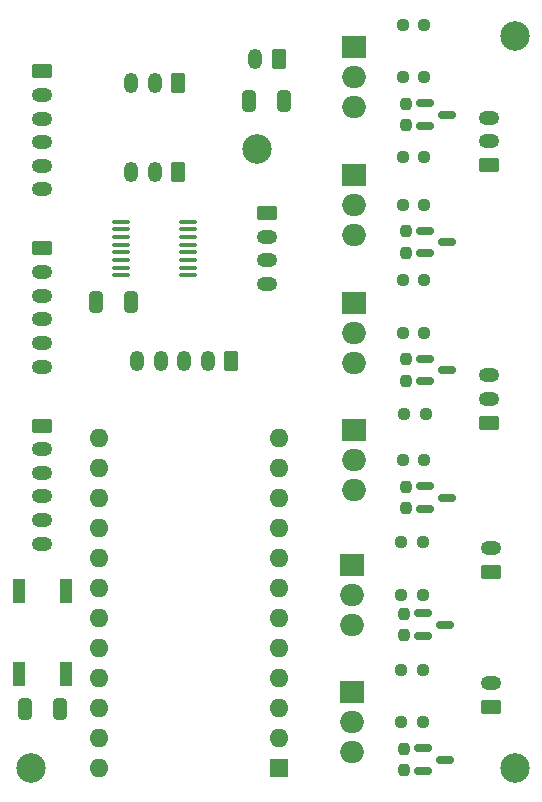
<source format=gbr>
%TF.GenerationSoftware,KiCad,Pcbnew,(6.0.9)*%
%TF.CreationDate,2023-01-21T09:36:01-09:00*%
%TF.ProjectId,CONTROLLER_Throttle,434f4e54-524f-44c4-9c45-525f5468726f,rev?*%
%TF.SameCoordinates,Original*%
%TF.FileFunction,Soldermask,Top*%
%TF.FilePolarity,Negative*%
%FSLAX46Y46*%
G04 Gerber Fmt 4.6, Leading zero omitted, Abs format (unit mm)*
G04 Created by KiCad (PCBNEW (6.0.9)) date 2023-01-21 09:36:01*
%MOMM*%
%LPD*%
G01*
G04 APERTURE LIST*
G04 Aperture macros list*
%AMRoundRect*
0 Rectangle with rounded corners*
0 $1 Rounding radius*
0 $2 $3 $4 $5 $6 $7 $8 $9 X,Y pos of 4 corners*
0 Add a 4 corners polygon primitive as box body*
4,1,4,$2,$3,$4,$5,$6,$7,$8,$9,$2,$3,0*
0 Add four circle primitives for the rounded corners*
1,1,$1+$1,$2,$3*
1,1,$1+$1,$4,$5*
1,1,$1+$1,$6,$7*
1,1,$1+$1,$8,$9*
0 Add four rect primitives between the rounded corners*
20,1,$1+$1,$2,$3,$4,$5,0*
20,1,$1+$1,$4,$5,$6,$7,0*
20,1,$1+$1,$6,$7,$8,$9,0*
20,1,$1+$1,$8,$9,$2,$3,0*%
G04 Aperture macros list end*
%ADD10R,2.000000X1.905000*%
%ADD11O,2.000000X1.905000*%
%ADD12RoundRect,0.250000X0.350000X0.625000X-0.350000X0.625000X-0.350000X-0.625000X0.350000X-0.625000X0*%
%ADD13O,1.200000X1.750000*%
%ADD14RoundRect,0.250000X-0.625000X0.350000X-0.625000X-0.350000X0.625000X-0.350000X0.625000X0.350000X0*%
%ADD15O,1.750000X1.200000*%
%ADD16RoundRect,0.250000X0.625000X-0.350000X0.625000X0.350000X-0.625000X0.350000X-0.625000X-0.350000X0*%
%ADD17R,1.000000X2.000000*%
%ADD18R,1.600000X1.600000*%
%ADD19O,1.600000X1.600000*%
%ADD20RoundRect,0.150000X-0.587500X-0.150000X0.587500X-0.150000X0.587500X0.150000X-0.587500X0.150000X0*%
%ADD21RoundRect,0.237500X-0.250000X-0.237500X0.250000X-0.237500X0.250000X0.237500X-0.250000X0.237500X0*%
%ADD22RoundRect,0.237500X-0.237500X0.250000X-0.237500X-0.250000X0.237500X-0.250000X0.237500X0.250000X0*%
%ADD23RoundRect,0.100000X0.637500X0.100000X-0.637500X0.100000X-0.637500X-0.100000X0.637500X-0.100000X0*%
%ADD24RoundRect,0.250000X0.325000X0.650000X-0.325000X0.650000X-0.325000X-0.650000X0.325000X-0.650000X0*%
%ADD25RoundRect,0.250000X-0.325000X-0.650000X0.325000X-0.650000X0.325000X0.650000X-0.325000X0.650000X0*%
%ADD26C,2.500000*%
G04 APERTURE END LIST*
D10*
%TO.C,Q1*%
X30190500Y-47766000D03*
D11*
X30190500Y-50306000D03*
X30190500Y-52846000D03*
%TD*%
D10*
%TO.C,Q3*%
X30190500Y-58561000D03*
D11*
X30190500Y-61101000D03*
X30190500Y-63641000D03*
%TD*%
D10*
%TO.C,Q10*%
X30347000Y-36381000D03*
D11*
X30347000Y-38921000D03*
X30347000Y-41461000D03*
%TD*%
D10*
%TO.C,Q9*%
X30347000Y-25586000D03*
D11*
X30347000Y-28126000D03*
X30347000Y-30666000D03*
%TD*%
D10*
%TO.C,Q6*%
X30347000Y-14751000D03*
D11*
X30347000Y-17291000D03*
X30347000Y-19831000D03*
%TD*%
D10*
%TO.C,Q5*%
X30347000Y-3956000D03*
D11*
X30347000Y-6496000D03*
X30347000Y-9036000D03*
%TD*%
D12*
%TO.C,J4*%
X20000000Y-30500000D03*
D13*
X18000000Y-30500000D03*
X16000000Y-30500000D03*
X14000000Y-30500000D03*
X12000000Y-30500000D03*
%TD*%
D14*
%TO.C,J5*%
X23000000Y-18000000D03*
D15*
X23000000Y-20000000D03*
X23000000Y-22000000D03*
X23000000Y-24000000D03*
%TD*%
D12*
%TO.C,J8*%
X24000000Y-5000000D03*
D13*
X22000000Y-5000000D03*
%TD*%
D16*
%TO.C,J10*%
X42000000Y-59831000D03*
D15*
X42000000Y-57831000D03*
%TD*%
D16*
%TO.C,J9*%
X42000000Y-48401000D03*
D15*
X42000000Y-46401000D03*
%TD*%
D16*
%TO.C,J12*%
X41777000Y-35746000D03*
D15*
X41777000Y-33746000D03*
X41777000Y-31746000D03*
%TD*%
D16*
%TO.C,J11*%
X41777000Y-13925500D03*
D15*
X41777000Y-11925500D03*
X41777000Y-9925500D03*
%TD*%
D12*
%TO.C,J7*%
X15500000Y-14500000D03*
D13*
X13500000Y-14500000D03*
X11500000Y-14500000D03*
%TD*%
D12*
%TO.C,J6*%
X15500000Y-7000000D03*
D13*
X13500000Y-7000000D03*
X11500000Y-7000000D03*
%TD*%
D14*
%TO.C,J3*%
X4000000Y-6000000D03*
D15*
X4000000Y-8000000D03*
X4000000Y-10000000D03*
X4000000Y-12000000D03*
X4000000Y-14000000D03*
X4000000Y-16000000D03*
%TD*%
D14*
%TO.C,J2*%
X4000000Y-21000000D03*
D15*
X4000000Y-23000000D03*
X4000000Y-25000000D03*
X4000000Y-27000000D03*
X4000000Y-29000000D03*
X4000000Y-31000000D03*
%TD*%
D14*
%TO.C,J1*%
X4000000Y-36000000D03*
D15*
X4000000Y-38000000D03*
X4000000Y-40000000D03*
X4000000Y-42000000D03*
X4000000Y-44000000D03*
X4000000Y-46000000D03*
%TD*%
D17*
%TO.C,SW1*%
X2000000Y-57000000D03*
X2000000Y-50000000D03*
X6000000Y-57000000D03*
X6000000Y-50000000D03*
%TD*%
D18*
%TO.C,U1*%
X24000000Y-65000000D03*
D19*
X24000000Y-62460000D03*
X24000000Y-59920000D03*
X24000000Y-57380000D03*
X24000000Y-54840000D03*
X24000000Y-52300000D03*
X24000000Y-49760000D03*
X24000000Y-47220000D03*
X24000000Y-44680000D03*
X24000000Y-42140000D03*
X24000000Y-39600000D03*
X24000000Y-37060000D03*
X8760000Y-37060000D03*
X8760000Y-39600000D03*
X8760000Y-42140000D03*
X8760000Y-44680000D03*
X8760000Y-47220000D03*
X8760000Y-49760000D03*
X8760000Y-52300000D03*
X8760000Y-54840000D03*
X8760000Y-57380000D03*
X8760000Y-59920000D03*
X8760000Y-62460000D03*
X8760000Y-65000000D03*
%TD*%
D20*
%TO.C,Q4*%
X36238000Y-63326000D03*
X36238000Y-65226000D03*
X38113000Y-64276000D03*
%TD*%
%TO.C,Q2*%
X36238000Y-51896000D03*
X36238000Y-53796000D03*
X38113000Y-52846000D03*
%TD*%
%TO.C,Q12*%
X36394500Y-41146000D03*
X36394500Y-43046000D03*
X38269500Y-42096000D03*
%TD*%
%TO.C,Q11*%
X36394500Y-30351000D03*
X36394500Y-32251000D03*
X38269500Y-31301000D03*
%TD*%
%TO.C,Q8*%
X36394500Y-19516000D03*
X36394500Y-21416000D03*
X38269500Y-20466000D03*
%TD*%
%TO.C,Q7*%
X36394500Y-8721000D03*
X36394500Y-10621000D03*
X38269500Y-9671000D03*
%TD*%
D21*
%TO.C,R4*%
X34358000Y-61101000D03*
X36183000Y-61101000D03*
%TD*%
D22*
%TO.C,R2*%
X34635500Y-51933500D03*
X34635500Y-53758500D03*
%TD*%
D21*
%TO.C,R3*%
X34358000Y-45861000D03*
X36183000Y-45861000D03*
%TD*%
D22*
%TO.C,R5*%
X34635500Y-63363500D03*
X34635500Y-65188500D03*
%TD*%
D21*
%TO.C,R1*%
X34358000Y-50306000D03*
X36183000Y-50306000D03*
%TD*%
%TO.C,R6*%
X34358000Y-56656000D03*
X36183000Y-56656000D03*
%TD*%
%TO.C,R18*%
X34641500Y-34984000D03*
X36466500Y-34984000D03*
%TD*%
%TO.C,R17*%
X34514500Y-23681000D03*
X36339500Y-23681000D03*
%TD*%
D22*
%TO.C,R16*%
X34792000Y-41183500D03*
X34792000Y-43008500D03*
%TD*%
%TO.C,R15*%
X34792000Y-30388500D03*
X34792000Y-32213500D03*
%TD*%
D21*
%TO.C,R14*%
X34514500Y-38921000D03*
X36339500Y-38921000D03*
%TD*%
%TO.C,R13*%
X34514500Y-28126000D03*
X36339500Y-28126000D03*
%TD*%
%TO.C,R12*%
X34514500Y-13227000D03*
X36339500Y-13227000D03*
%TD*%
%TO.C,R11*%
X34514500Y-2051000D03*
X36339500Y-2051000D03*
%TD*%
D22*
%TO.C,R10*%
X34792000Y-19553500D03*
X34792000Y-21378500D03*
%TD*%
%TO.C,R9*%
X34792000Y-8758500D03*
X34792000Y-10583500D03*
%TD*%
D21*
%TO.C,R8*%
X34514500Y-17291000D03*
X36339500Y-17291000D03*
%TD*%
%TO.C,R7*%
X34514500Y-6496000D03*
X36339500Y-6496000D03*
%TD*%
D23*
%TO.C,U2*%
X16362500Y-23275000D03*
X16362500Y-22625000D03*
X16362500Y-21975000D03*
X16362500Y-21325000D03*
X16362500Y-20675000D03*
X16362500Y-20025000D03*
X16362500Y-19375000D03*
X16362500Y-18725000D03*
X10637500Y-18725000D03*
X10637500Y-19375000D03*
X10637500Y-20025000D03*
X10637500Y-20675000D03*
X10637500Y-21325000D03*
X10637500Y-21975000D03*
X10637500Y-22625000D03*
X10637500Y-23275000D03*
%TD*%
D24*
%TO.C,C2*%
X5475000Y-60000000D03*
X2525000Y-60000000D03*
%TD*%
D25*
%TO.C,C1*%
X8525000Y-25500000D03*
X11475000Y-25500000D03*
%TD*%
D24*
%TO.C,C3*%
X24475000Y-8500000D03*
X21525000Y-8500000D03*
%TD*%
D26*
%TO.C,H4*%
X22148000Y-12604000D03*
%TD*%
%TO.C,H3*%
X3000000Y-65000000D03*
%TD*%
%TO.C,H2*%
X44000000Y-3000000D03*
%TD*%
%TO.C,H1*%
X44000000Y-65000000D03*
%TD*%
M02*

</source>
